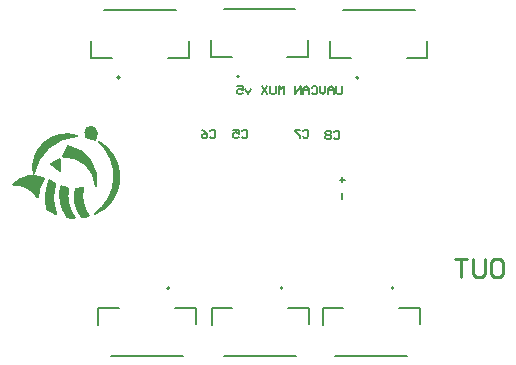
<source format=gbo>
G04*
G04 #@! TF.GenerationSoftware,Altium Limited,Altium Designer,21.6.1 (37)*
G04*
G04 Layer_Color=32896*
%FSLAX44Y44*%
%MOMM*%
G71*
G04*
G04 #@! TF.SameCoordinates,4777B8CB-E48F-4368-B68D-2058CC3BE4D0*
G04*
G04*
G04 #@! TF.FilePolarity,Positive*
G04*
G01*
G75*
%ADD10C,0.2000*%
%ADD12C,0.1270*%
%ADD13C,0.1700*%
%ADD14C,0.2540*%
%ADD15C,0.1800*%
%ADD49C,0.0100*%
G36*
X1350249Y2767813D02*
X1350249Y2767813D01*
X1350249Y2767826D01*
X1350248Y2767851D01*
X1350248Y2767877D01*
X1350248Y2767903D01*
Y2767915D01*
X1350249Y2767813D01*
D02*
G37*
G36*
X1356635Y2772997D02*
X1358527Y2772097D01*
X1359915Y2770527D01*
X1360575Y2768539D01*
X1360489Y2767494D01*
X1360489Y2767494D01*
X1360488Y2767482D01*
X1360476Y2767461D01*
X1360456Y2767448D01*
X1360432Y2767444D01*
X1360421Y2767447D01*
X1359227Y2761009D01*
X1359227D01*
X1359225Y2760998D01*
X1359211Y2760978D01*
X1359191Y2760966D01*
X1359168Y2760964D01*
X1359157Y2760968D01*
X1350324Y2763931D01*
X1350316Y2763934D01*
X1350303Y2763944D01*
X1350293Y2763957D01*
X1350288Y2763973D01*
X1350288Y2763982D01*
X1350249Y2767813D01*
X1350248Y2767916D01*
Y2768963D01*
X1351070Y2770891D01*
X1352582Y2772342D01*
X1354541Y2773084D01*
X1356635Y2772997D01*
D02*
G37*
G36*
X1343973Y2764659D02*
X1343973Y2764659D01*
X1343973D01*
Y2764659D01*
D02*
G37*
G36*
X1329053Y2735226D02*
X1321392Y2740814D01*
X1322429Y2741136D01*
X1324448Y2741935D01*
X1326375Y2742935D01*
X1328192Y2744124D01*
X1329053Y2744786D01*
Y2735226D01*
D02*
G37*
G36*
X1341640Y2765440D02*
X1343973Y2764659D01*
X1341789Y2764479D01*
X1337467Y2763759D01*
X1333250Y2762569D01*
X1329190Y2760922D01*
X1325336Y2758838D01*
X1321734Y2756343D01*
X1318429Y2753467D01*
X1315460Y2750244D01*
X1312864Y2746715D01*
X1310672Y2742921D01*
X1308911Y2738910D01*
X1307601Y2734728D01*
X1307121Y2732590D01*
X1306669Y2735008D01*
X1306613Y2739929D01*
X1307405Y2744785D01*
X1309023Y2749432D01*
X1311417Y2753730D01*
X1314516Y2757552D01*
X1318228Y2760782D01*
X1322441Y2763324D01*
X1327030Y2765102D01*
X1331856Y2766062D01*
X1336775Y2766176D01*
X1341640Y2765440D01*
D02*
G37*
G36*
X1320907Y2726950D02*
X1322106Y2726107D01*
X1323338Y2725312D01*
X1324602Y2724568D01*
X1325245Y2724216D01*
Y2724216D01*
Y2724216D01*
D01*
X1324741Y2722637D01*
X1323955Y2719418D01*
X1323470Y2716141D01*
X1323290Y2712832D01*
X1323416Y2709521D01*
X1323848Y2706236D01*
X1324581Y2703005D01*
X1325610Y2699856D01*
X1326232Y2698320D01*
X1325173Y2698741D01*
X1323102Y2699695D01*
X1321084Y2700757D01*
X1319126Y2701924D01*
X1318179Y2702559D01*
X1317548Y2705659D01*
X1317185Y2711977D01*
X1317728Y2718282D01*
X1319167Y2724443D01*
X1320320Y2727390D01*
X1320320Y2727390D01*
X1320907Y2726950D01*
D02*
G37*
G36*
X1336335Y2756150D02*
X1338227Y2755780D01*
X1341884Y2754556D01*
X1345353Y2752869D01*
X1348574Y2750749D01*
X1351494Y2748229D01*
X1354064Y2745353D01*
X1356240Y2742170D01*
X1357987Y2738731D01*
X1359274Y2735096D01*
X1360081Y2731324D01*
X1360393Y2727480D01*
X1360206Y2723629D01*
X1359864Y2721731D01*
X1359739Y2723493D01*
X1359142Y2726972D01*
X1358090Y2730342D01*
X1356602Y2733543D01*
X1354704Y2736520D01*
X1352428Y2739219D01*
X1349816Y2741595D01*
X1346913Y2743603D01*
X1343770Y2745211D01*
X1340441Y2746389D01*
X1336987Y2747116D01*
X1333466Y2747380D01*
X1331701Y2747337D01*
X1332499Y2748306D01*
X1333919Y2750377D01*
X1335088Y2752599D01*
X1335989Y2754943D01*
X1336335Y2756150D01*
Y2756150D01*
D02*
G37*
G36*
X1359864Y2721731D02*
X1359864D01*
X1359864Y2721731D01*
Y2721731D01*
D02*
G37*
G36*
X1310930Y2730426D02*
X1314385Y2729465D01*
X1316018Y2728725D01*
X1316018Y2728725D01*
X1314821Y2726893D01*
X1312849Y2722988D01*
X1311478Y2718834D01*
X1310738Y2714522D01*
X1310610Y2712337D01*
X1310610D01*
X1309751Y2713635D01*
X1307787Y2716047D01*
X1305523Y2718181D01*
X1303000Y2720000D01*
X1300260Y2721473D01*
X1297351Y2722574D01*
X1294322Y2723285D01*
X1291227Y2723593D01*
X1289671Y2723593D01*
X1290907Y2724893D01*
X1293748Y2727079D01*
X1296893Y2728803D01*
X1300266Y2730022D01*
X1303785Y2730707D01*
X1307369Y2730843D01*
X1310930Y2730426D01*
D02*
G37*
G36*
X1364592Y2758493D02*
X1368933Y2755028D01*
X1372662Y2750912D01*
X1375683Y2746252D01*
X1377917Y2741167D01*
X1379307Y2735790D01*
X1379816Y2730260D01*
X1379433Y2724719D01*
X1378165Y2719312D01*
X1376048Y2714178D01*
X1373134Y2709449D01*
X1369499Y2705250D01*
X1367369Y2703469D01*
X1366365Y2702741D01*
X1364277Y2701403D01*
X1362116Y2700187D01*
X1359888Y2699099D01*
X1358745Y2698619D01*
X1361084Y2700396D01*
X1365331Y2704453D01*
X1368921Y2709099D01*
X1371774Y2714231D01*
X1373826Y2719734D01*
X1375029Y2725481D01*
X1375357Y2731344D01*
X1374803Y2737190D01*
X1373378Y2742886D01*
X1371116Y2748305D01*
X1368066Y2753323D01*
X1364299Y2757828D01*
X1362172Y2759855D01*
X1364592Y2758493D01*
D02*
G37*
G36*
X1348700Y2719044D02*
X1348291Y2715952D01*
X1348231Y2712833D01*
X1348520Y2709727D01*
X1349154Y2706673D01*
X1350125Y2703709D01*
X1351422Y2700872D01*
X1353028Y2698198D01*
X1353941Y2696933D01*
Y2696932D01*
X1353216Y2696725D01*
X1351752Y2696362D01*
X1350276Y2696050D01*
X1348791Y2695790D01*
X1348044Y2695686D01*
Y2695686D01*
X1347007Y2696924D01*
X1345249Y2699634D01*
X1343832Y2702537D01*
X1342777Y2705590D01*
X1342101Y2708749D01*
X1341813Y2711966D01*
X1341917Y2715195D01*
X1342412Y2718387D01*
X1342852Y2719941D01*
X1342852D01*
X1343629Y2719961D01*
X1345182Y2720052D01*
X1346729Y2720208D01*
X1348268Y2720432D01*
X1349033Y2720568D01*
X1349033Y2720568D01*
X1348700Y2719044D01*
D02*
G37*
G36*
X1330961Y2721763D02*
X1332457Y2721305D01*
X1333971Y2720911D01*
X1335502Y2720583D01*
X1336272Y2720444D01*
X1335987Y2718807D01*
X1335677Y2715500D01*
X1335718Y2712178D01*
X1336108Y2708879D01*
X1336843Y2705639D01*
X1337915Y2702495D01*
X1339312Y2699481D01*
X1341018Y2696630D01*
X1341982Y2695276D01*
X1341194Y2695279D01*
X1339620Y2695342D01*
X1338049Y2695462D01*
X1336484Y2695640D01*
X1335706Y2695758D01*
X1334694Y2697159D01*
X1332975Y2700158D01*
X1331579Y2703321D01*
X1330522Y2706612D01*
X1329815Y2709995D01*
X1329467Y2713435D01*
X1329480Y2716891D01*
X1329854Y2720328D01*
X1330220Y2722017D01*
Y2722017D01*
X1330961Y2721763D01*
D02*
G37*
D10*
X1518000Y2635750D02*
G03*
X1518000Y2635750I-1000J0D01*
G01*
X1481250Y2815000D02*
G03*
X1481250Y2815000I-1000J0D01*
G01*
X1380000Y2814250D02*
G03*
X1380000Y2814250I-1000J0D01*
G01*
X1582250Y2814000D02*
G03*
X1582250Y2814000I-1000J0D01*
G01*
X1612000Y2635750D02*
G03*
X1612000Y2635750I-1000J0D01*
G01*
X1422000D02*
G03*
X1422000Y2635750I-1000J0D01*
G01*
D12*
X1335706Y2695758D02*
G03*
X1341982Y2695276I6416J42518D01*
G01*
X1330220Y2722017D02*
G03*
X1336272Y2720444I12086J34077D01*
G01*
X1331701Y2747337D02*
G03*
X1336335Y2756150I-16152J14118D01*
G01*
X1348044Y2695686D02*
G03*
X1353941Y2696932I-5922J42590D01*
G01*
X1320320Y2727390D02*
G03*
X1318179Y2702559I41018J-16045D01*
G01*
X1316018Y2728725D02*
G03*
X1310610Y2712337I24027J-17015D01*
G01*
X1336272Y2720444D02*
G03*
X1341982Y2695277I30896J-6222D01*
G01*
X1330220Y2722017D02*
G03*
X1335706Y2695758I32193J-6978D01*
G01*
X1349033Y2720568D02*
G03*
X1353941Y2696933I27036J-6714D01*
G01*
X1320320Y2727390D02*
G03*
X1325245Y2724216I21987J28704D01*
G01*
X1321392Y2740814D02*
G03*
X1329053Y2744786I-5843J20641D01*
G01*
X1342852Y2719941D02*
G03*
X1348044Y2695686I25535J-7217D01*
G01*
X1325245Y2724216D02*
G03*
X1326232Y2698320I33861J-11675D01*
G01*
X1342852Y2719941D02*
G03*
X1349033Y2720568I-545J36153D01*
G01*
X1318179Y2702559D02*
G03*
X1326232Y2698320I23943J35717D01*
G01*
X1358745Y2698619D02*
G03*
X1367369Y2703469I-16623J39656D01*
G01*
X1343973Y2764659D02*
G03*
X1307121Y2732590I2173J-39705D01*
G01*
X1343973Y2764659D02*
G03*
X1307121Y2732590I-9002J-26864D01*
G01*
X1359864Y2721731D02*
G03*
X1336335Y2756150I-29236J5266D01*
G01*
X1359864Y2721731D02*
G03*
X1331701Y2747337I-26628J-996D01*
G01*
X1316018Y2728725D02*
G03*
X1289671Y2723593I-9565J-21095D01*
G01*
X1310610Y2712337D02*
G03*
X1289671Y2723593I-20175J-12426D01*
G01*
X1367369Y2703469D02*
G03*
X1362172Y2759855I-22073J26398D01*
G01*
X1358745Y2698619D02*
G03*
X1362172Y2759855I-22438J31970D01*
G01*
X1329053Y2735226D02*
Y2744786D01*
X1321392Y2740814D02*
X1329053Y2735226D01*
X1468500Y2578750D02*
X1529400D01*
X1457750Y2619250D02*
X1475400D01*
X1457750Y2604950D02*
Y2619250D01*
X1522600D02*
X1540250D01*
Y2605050D02*
Y2619250D01*
X1467850Y2872000D02*
X1528750D01*
X1521850Y2831500D02*
X1539500D01*
Y2845800D01*
X1457000Y2831500D02*
X1474650D01*
X1457000D02*
Y2845700D01*
X1366600Y2871250D02*
X1427500D01*
X1420600Y2830750D02*
X1438250D01*
Y2845050D01*
X1355750Y2830750D02*
X1373400D01*
X1355750D02*
Y2844950D01*
X1568850Y2871000D02*
X1629750D01*
X1622850Y2830500D02*
X1640500D01*
Y2844800D01*
X1558000Y2830500D02*
X1575650D01*
X1558000D02*
Y2844700D01*
X1562500Y2578750D02*
X1623400D01*
X1551750Y2619250D02*
X1569400D01*
X1551750Y2604950D02*
Y2619250D01*
X1616600D02*
X1634250D01*
Y2605050D02*
Y2619250D01*
X1372500Y2578750D02*
X1433400D01*
X1361750Y2619250D02*
X1379400D01*
X1361750Y2604950D02*
Y2619250D01*
X1426600D02*
X1444250D01*
Y2605050D02*
Y2619250D01*
D13*
X1568519Y2730050D02*
Y2725385D01*
X1566187Y2727718D02*
X1570852D01*
X1568519Y2716054D02*
Y2711389D01*
D14*
X1696696Y2660617D02*
X1701774D01*
X1704313Y2658078D01*
Y2647922D01*
X1701774Y2645382D01*
X1696696D01*
X1694157Y2647922D01*
Y2658078D01*
X1696696Y2660617D01*
X1689078D02*
Y2647922D01*
X1686539Y2645382D01*
X1681461D01*
X1678922Y2647922D01*
Y2660617D01*
X1673843D02*
X1663687D01*
X1668765D01*
Y2645382D01*
D15*
X1568077Y2806798D02*
Y2800966D01*
X1566911Y2799800D01*
X1564578D01*
X1563412Y2800966D01*
Y2806798D01*
X1561079Y2799800D02*
Y2804465D01*
X1558747Y2806798D01*
X1556414Y2804465D01*
Y2799800D01*
Y2803299D01*
X1561079D01*
X1554082Y2806798D02*
Y2802133D01*
X1551749Y2799800D01*
X1549416Y2802133D01*
Y2806798D01*
X1542419Y2805631D02*
X1543585Y2806798D01*
X1545918D01*
X1547084Y2805631D01*
Y2800966D01*
X1545918Y2799800D01*
X1543585D01*
X1542419Y2800966D01*
X1540086Y2799800D02*
Y2804465D01*
X1537753Y2806798D01*
X1535421Y2804465D01*
Y2799800D01*
Y2803299D01*
X1540086D01*
X1533088Y2799800D02*
Y2806798D01*
X1528423Y2799800D01*
Y2806798D01*
X1519093Y2799800D02*
Y2806798D01*
X1516760Y2804465D01*
X1514428Y2806798D01*
Y2799800D01*
X1512095Y2806798D02*
Y2800966D01*
X1510929Y2799800D01*
X1508596D01*
X1507430Y2800966D01*
Y2806798D01*
X1505097D02*
X1500432Y2799800D01*
Y2806798D02*
X1505097Y2799800D01*
X1491102Y2804465D02*
X1488769Y2799800D01*
X1486437Y2804465D01*
X1479439Y2806798D02*
X1484104D01*
Y2803299D01*
X1481772Y2804465D01*
X1480605D01*
X1479439Y2803299D01*
Y2800966D01*
X1480605Y2799800D01*
X1482938D01*
X1484104Y2800966D01*
X1561176Y2767934D02*
X1562343Y2769100D01*
X1564675D01*
X1565842Y2767934D01*
Y2763269D01*
X1564675Y2762103D01*
X1562343D01*
X1561176Y2763269D01*
X1558844Y2767934D02*
X1557677Y2769100D01*
X1555345D01*
X1554179Y2767934D01*
Y2766768D01*
X1555345Y2765602D01*
X1554179Y2764435D01*
Y2763269D01*
X1555345Y2762103D01*
X1557677D01*
X1558844Y2763269D01*
Y2764435D01*
X1557677Y2765602D01*
X1558844Y2766768D01*
Y2767934D01*
X1557677Y2765602D02*
X1555345D01*
X1535108Y2768902D02*
X1536275Y2770068D01*
X1538607D01*
X1539774Y2768902D01*
Y2764237D01*
X1538607Y2763071D01*
X1536275D01*
X1535108Y2764237D01*
X1532776Y2770068D02*
X1528111D01*
Y2768902D01*
X1532776Y2764237D01*
Y2763071D01*
X1456262Y2768744D02*
X1457429Y2769910D01*
X1459761D01*
X1460928Y2768744D01*
Y2764079D01*
X1459761Y2762913D01*
X1457429D01*
X1456262Y2764079D01*
X1449265Y2769910D02*
X1451597Y2768744D01*
X1453930Y2766412D01*
Y2764079D01*
X1452764Y2762913D01*
X1450431D01*
X1449265Y2764079D01*
Y2765245D01*
X1450431Y2766412D01*
X1453930D01*
X1483140Y2768776D02*
X1484307Y2769942D01*
X1486639D01*
X1487806Y2768776D01*
Y2764111D01*
X1486639Y2762945D01*
X1484307D01*
X1483140Y2764111D01*
X1476143Y2769942D02*
X1480808D01*
Y2766443D01*
X1478475Y2767610D01*
X1477309D01*
X1476143Y2766443D01*
Y2764111D01*
X1477309Y2762945D01*
X1479642D01*
X1480808Y2764111D01*
D49*
X1360435Y2767499D02*
G03*
X1350327Y2767414I-5058J417D01*
G01*
X1359174Y2761019D02*
X1360453Y2767916D01*
X1350302D02*
X1350341Y2763982D01*
X1359174Y2761019D01*
M02*

</source>
